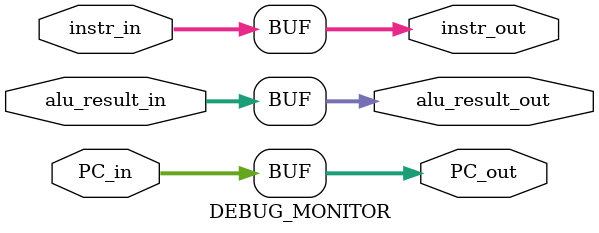
<source format=v>
`timescale 1ns / 1ps

(* keep_hierarchy = "yes" *)
module DEBUG_MONITOR(
    input [31:0] PC_in,
    input [31:0] instr_in,
    input [31:0] alu_result_in,
    output [31:0] PC_out,
    output [31:0] instr_out,
    output [31:0] alu_result_out
);
    // Use explicit assignments for better visibility
    assign PC_out = PC_in;
    assign instr_out = instr_in;
    assign alu_result_out = alu_result_in;
endmodule
</source>
